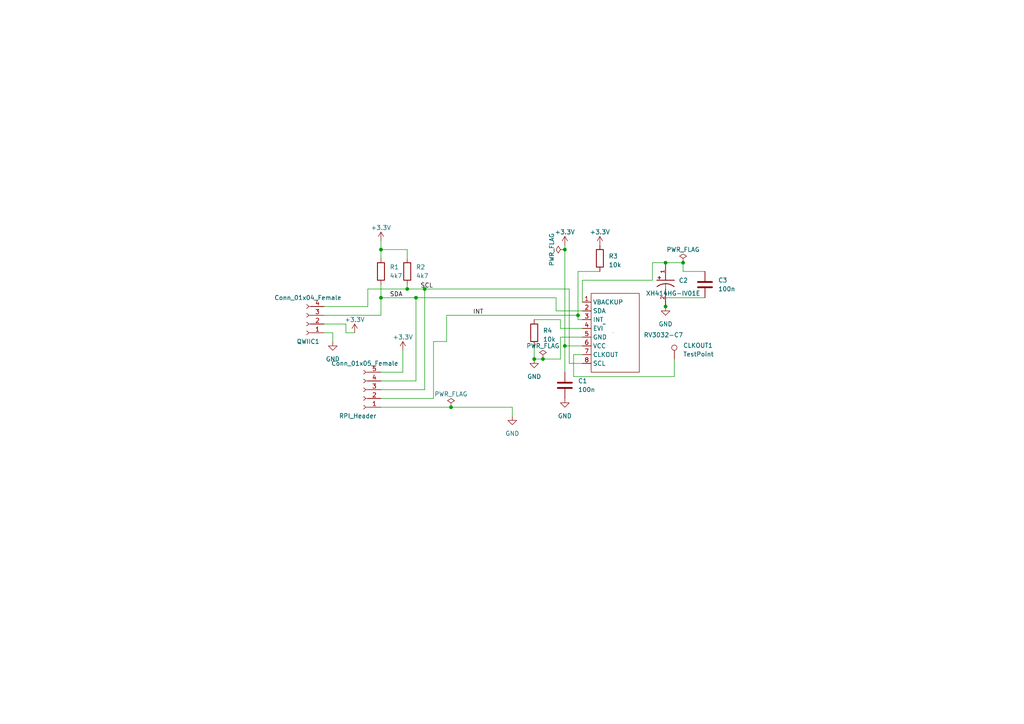
<source format=kicad_sch>
(kicad_sch (version 20230121) (generator eeschema)
  (paper "A4")
  (lib_symbols
    (symbol "+3.3V_1" (power) (pin_names (offset 0))
      (property "Value" "+3.3V_1" (at 0 3.556 0))
      (symbol "+3.3V_1_0_1"
        (polyline (pts (xy -0.762 1.27) (xy 0 2.54)))
        (polyline (pts (xy 0 0) (xy 0 2.54)))
        (polyline (pts (xy 0 2.54) (xy 0.762 1.27)))
      )
      (symbol "+3.3V_1_1_1"
        (pin power_in line (at 0 0 90) (length 0) hide (name "+3.3V") (number "1"))
      )
    )
    (symbol "Connector:Conn_01x04_Female" (pin_names (offset 1.016) hide)
      (property "Reference" "J" (at 0 5.08 0))
      (property "Value" "Conn_01x04_Female" (at 0 -7.62 0))
      (symbol "Conn_01x04_Female_1_1"
        (arc (start 0 -4.572) (mid -0.5058 -5.08) (end 0 -5.588) (stroke (width 0.1524)))
        (arc (start 0 -2.032) (mid -0.5058 -2.54) (end 0 -3.048) (stroke (width 0.1524)))
        (polyline (pts (xy -1.27 -5.08) (xy -0.508 -5.08)) (stroke (width 0.1524)))
        (polyline (pts (xy -1.27 -2.54) (xy -0.508 -2.54)) (stroke (width 0.1524)))
        (polyline (pts (xy -1.27 0) (xy -0.508 0)) (stroke (width 0.1524)))
        (polyline (pts (xy -1.27 2.54) (xy -0.508 2.54)) (stroke (width 0.1524)))
        (arc (start 0 0.508) (mid -0.5058 0) (end 0 -0.508) (stroke (width 0.1524)))
        (arc (start 0 3.048) (mid -0.5058 2.54) (end 0 2.032) (stroke (width 0.1524)))
        (pin passive line (at -5.08 2.54 0) (length 3.81) (name "Pin_1") (number "1"))
        (pin passive line (at -5.08 0 0) (length 3.81) (name "Pin_2") (number "2"))
        (pin passive line (at -5.08 -2.54 0) (length 3.81) (name "Pin_3") (number "3"))
        (pin passive line (at -5.08 -5.08 0) (length 3.81) (name "Pin_4") (number "4"))
      )
    )
    (symbol "Connector:Conn_01x05_Female" (pin_names (offset 1.016) hide)
      (property "Reference" "J" (at 0 7.62 0))
      (property "Value" "Conn_01x05_Female" (at 0 -7.62 0))
      (symbol "Conn_01x05_Female_1_1"
        (arc (start 0 -4.572) (mid -0.5058 -5.08) (end 0 -5.588) (stroke (width 0.1524)))
        (arc (start 0 -2.032) (mid -0.5058 -2.54) (end 0 -3.048) (stroke (width 0.1524)))
        (polyline (pts (xy -1.27 -5.08) (xy -0.508 -5.08)) (stroke (width 0.1524)))
        (polyline (pts (xy -1.27 -2.54) (xy -0.508 -2.54)) (stroke (width 0.1524)))
        (polyline (pts (xy -1.27 0) (xy -0.508 0)) (stroke (width 0.1524)))
        (polyline (pts (xy -1.27 2.54) (xy -0.508 2.54)) (stroke (width 0.1524)))
        (polyline (pts (xy -1.27 5.08) (xy -0.508 5.08)) (stroke (width 0.1524)))
        (arc (start 0 0.508) (mid -0.5058 0) (end 0 -0.508) (stroke (width 0.1524)))
        (arc (start 0 3.048) (mid -0.5058 2.54) (end 0 2.032) (stroke (width 0.1524)))
        (arc (start 0 5.588) (mid -0.5058 5.08) (end 0 4.572) (stroke (width 0.1524)))
        (pin passive line (at -5.08 5.08 0) (length 3.81) (name "Pin_1") (number "1"))
        (pin passive line (at -5.08 2.54 0) (length 3.81) (name "Pin_2") (number "2"))
        (pin passive line (at -5.08 0 0) (length 3.81) (name "Pin_3") (number "3"))
        (pin passive line (at -5.08 -2.54 0) (length 3.81) (name "Pin_4") (number "4"))
        (pin passive line (at -5.08 -5.08 0) (length 3.81) (name "Pin_5") (number "5"))
      )
    )
    (symbol "Connector:TestPoint" (pin_numbers hide) (pin_names (offset 0.762) hide)
      (property "Reference" "TP" (at 0 6.858 0))
      (property "Value" "TestPoint" (at 0 5.08 0))
      (symbol "TestPoint_0_1"
        (circle (center 0 3.302) (radius 0.762))
      )
      (symbol "TestPoint_1_1"
        (pin passive line (at 0 0 90) (length 2.54) (name "1") (number "1"))
      )
    )
    (symbol "Device:C" (pin_numbers hide) (pin_names (offset 0.254))
      (property "Reference" "C" (at 0.635 2.54 0))
      (property "Value" "C" (at 0.635 -2.54 0))
      (symbol "C_0_1"
        (polyline (pts (xy -2.032 -0.762) (xy 2.032 -0.762)) (stroke (width 0.508)))
        (polyline (pts (xy -2.032 0.762) (xy 2.032 0.762)) (stroke (width 0.508)))
      )
      (symbol "C_1_1"
        (pin passive line (at 0 3.81 270) (length 2.794) (name "~") (number "1"))
        (pin passive line (at 0 -3.81 90) (length 2.794) (name "~") (number "2"))
      )
    )
    (symbol "Device:R" (pin_numbers hide) (pin_names (offset 0))
      (property "Reference" "R" (at 2.032 0 90))
      (property "Value" "R" (at 0 0 90))
      (symbol "R_0_1"
        (rectangle (start -1.016 -2.54) (end 1.016 2.54) (stroke (width 0.254)))
      )
      (symbol "R_1_1"
        (pin passive line (at 0 3.81 270) (length 1.27) (name "~") (number "1"))
        (pin passive line (at 0 -3.81 90) (length 1.27) (name "~") (number "2"))
      )
    )
    (symbol "GND_1" (power) (pin_names (offset 0))
      (property "Value" "GND_1" (at 0 -3.81 0))
      (symbol "GND_1_0_1"
        (polyline (pts (xy 0 0) (xy 0 -1.27) (xy 1.27 -1.27) (xy 0 -2.54) (xy -1.27 -1.27) (xy 0 -1.27)))
      )
      (symbol "GND_1_1_1"
        (pin power_in line (at 0 0 270) (length 0) hide (name "GND") (number "1"))
      )
    )
    (symbol "GND_2" (power) (pin_names (offset 0))
      (property "Value" "GND_2" (at 0 -3.81 0))
      (symbol "GND_2_0_1"
        (polyline (pts (xy 0 0) (xy 0 -1.27) (xy 1.27 -1.27) (xy 0 -2.54) (xy -1.27 -1.27) (xy 0 -1.27)))
      )
      (symbol "GND_2_1_1"
        (pin power_in line (at 0 0 270) (length 0) hide (name "GND") (number "1"))
      )
    )
    (symbol "Larry_Library:RV_3032_C7"
      (property "Reference" "U" (at 2.54 10.16 0))
      (symbol "RV_3032_C7_0_1"
        (rectangle (start -3.81 8.89) (end 10.16 -13.97))
        (rectangle (start -2.54 -2.54) (end -2.54 -2.54))
        (rectangle (start -2.54 2.54) (end -2.54 2.54))
        (rectangle (start -1.27 1.27) (end -1.27 1.27))
        (rectangle (start 2.54 -2.54) (end 2.54 -2.54))
      )
      (symbol "RV_3032_C7_1_1"
        (pin output line (at -6.35 6.35 0) (length 2.54) (name "VBACKUP") (number "1"))
        (pin bidirectional line (at -6.35 3.81 0) (length 2.54) (name "SDA") (number "2"))
        (pin output line (at -6.35 1.27 0) (length 2.54) (name "INT") (number "3"))
        (pin input line (at -6.35 -1.27 0) (length 2.54) (name "EVI") (number "4"))
        (pin power_in line (at -6.35 -3.81 0) (length 2.54) (name "GND") (number "5"))
        (pin power_in line (at -6.35 -6.35 0) (length 2.54) (name "VCC") (number "6"))
        (pin output line (at -6.35 -8.89 0) (length 2.54) (name "CLKOUT") (number "7"))
        (pin input line (at -6.35 -11.43 0) (length 2.54) (name "SCL") (number "8"))
      )
    )
    (symbol "Larry_Library:XH414HG-IV01E" (pin_names (offset 1.016))
      (property "Reference" "C" (at 1.0164 0.6353 0))
      (property "Value" "XH414HG-IV01E" (at 1.017 -4.195 0))
      (symbol "XH414HG-IV01E_0_0"
        (rectangle (start -2.2541 0.6683) (end -1.364 0.795) (stroke (width 0.1)) (fill (type outline)))
        (rectangle (start -1.8748 0.2874) (end -1.745 1.176) (stroke (width 0.1)) (fill (type outline)))
        (arc (start 0 -1.0161) (mid -1.3147 -1.2346) (end -2.4669 -1.8504) (stroke (width 0.254)))
        (polyline (pts (xy -2.54 0) (xy 2.54 0)) (stroke (width 0.254)))
        (polyline (pts (xy 0 -1.016) (xy 0 -2.54)) (stroke (width 0.1524)))
        (arc (start 2.4892 -1.8542) (mid 1.3199 -1.2209) (end 0 -1) (stroke (width 0.254)))
        (pin passive line (at 0 5.08 270) (length 5.08) (name "~") (number "1"))
        (pin passive line (at 0 -7.62 90) (length 5.08) (name "~") (number "2"))
      )
    )
    (symbol "power:+3.3V" (power) (pin_names (offset 0))
      (property "Value" "+3.3V" (at 0 3.556 0))
      (symbol "+3.3V_0_1"
        (polyline (pts (xy -0.762 1.27) (xy 0 2.54)))
        (polyline (pts (xy 0 0) (xy 0 2.54)))
        (polyline (pts (xy 0 2.54) (xy 0.762 1.27)))
      )
      (symbol "+3.3V_1_1"
        (pin power_in line (at 0 0 90) (length 0) hide (name "+3.3V") (number "1"))
      )
    )
    (symbol "power:GND" (power) (pin_names (offset 0))
      (property "Value" "GND" (at 0 -3.81 0))
      (symbol "GND_0_1"
        (polyline (pts (xy 0 0) (xy 0 -1.27) (xy 1.27 -1.27) (xy 0 -2.54) (xy -1.27 -1.27) (xy 0 -1.27)))
      )
      (symbol "GND_1_1"
        (pin power_in line (at 0 0 270) (length 0) hide (name "GND") (number "1"))
      )
    )
    (symbol "power:PWR_FLAG" (power) (pin_numbers hide) (pin_names (offset 0) hide)
      (property "Value" "PWR_FLAG" (at 0 3.81 0))
      (symbol "PWR_FLAG_0_0"
        (pin power_out line (at 0 0 90) (length 0) (name "pwr") (number "1"))
      )
      (symbol "PWR_FLAG_0_1"
        (polyline (pts (xy 0 0) (xy 0 1.27) (xy -1.016 1.905) (xy 0 2.54) (xy 1.016 1.905) (xy 0 1.27)))
      )
    )
  )
  (junction (at 123.19 83.82))
  (junction (at 118.11 83.82))
  (junction (at 163.83 72.39))
  (junction (at 110.49 86.36))
  (junction (at 120.65 86.36))
  (junction (at 157.48 104.14))
  (junction (at 154.94 104.14))
  (junction (at 198.12 76.2))
  (junction (at 110.49 72.39))
  (junction (at 163.83 100.33))
  (junction (at 193.04 88.9))
  (junction (at 167.64 91.44))
  (junction (at 193.04 76.2))
  (junction (at 130.81 118.11))
  (wire (pts (xy 130.81 118.11) (xy 148.59 118.11)))
  (wire (pts (xy 167.64 78.74) (xy 173.99 78.74)))
  (wire (pts (xy 168.91 100.33) (xy 163.83 100.33)))
  (wire (pts (xy 118.11 82.55) (xy 118.11 83.82)))
  (wire (pts (xy 120.65 86.36) (xy 120.65 110.49)))
  (wire (pts (xy 195.58 109.22) (xy 195.58 104.14)))
  (wire (pts (xy 168.91 81.28) (xy 189.23 81.28)))
  (wire (pts (xy 162.56 104.14) (xy 157.48 104.14)))
  (wire (pts (xy 96.52 96.52) (xy 96.52 99.06)))
  (wire (pts (xy 110.49 72.39) (xy 118.11 72.39)))
  (wire (pts (xy 110.49 91.44) (xy 110.49 86.36)))
  (wire (pts (xy 163.83 72.39) (xy 163.83 71.12)))
  (wire (pts (xy 123.19 83.82) (xy 118.11 83.82)))
  (wire (pts (xy 118.11 74.93) (xy 118.11 72.39)))
  (wire (pts (xy 120.65 86.36) (xy 161.29 86.36)))
  (wire (pts (xy 93.98 96.52) (xy 96.52 96.52)))
  (wire (pts (xy 106.68 83.82) (xy 118.11 83.82)))
  (wire (pts (xy 163.83 100.33) (xy 163.83 107.95)))
  (wire (pts (xy 110.49 86.36) (xy 110.49 82.55)))
  (wire (pts (xy 168.91 92.71) (xy 167.64 92.71)))
  (wire (pts (xy 168.91 102.87) (xy 166.37 102.87)))
  (wire (pts (xy 154.94 100.33) (xy 154.94 104.14)))
  (wire (pts (xy 162.56 95.25) (xy 162.56 92.71)))
  (wire (pts (xy 110.49 113.03) (xy 123.19 113.03)))
  (wire (pts (xy 166.37 109.22) (xy 195.58 109.22)))
  (wire (pts (xy 93.98 93.98) (xy 100.33 93.98)))
  (wire (pts (xy 93.98 91.44) (xy 110.49 91.44)))
  (wire (pts (xy 204.47 86.36) (xy 193.04 86.36)))
  (wire (pts (xy 93.98 88.9) (xy 106.68 88.9)))
  (wire (pts (xy 110.49 110.49) (xy 120.65 110.49)))
  (wire (pts (xy 116.84 101.6) (xy 116.84 107.95)))
  (wire (pts (xy 189.23 76.2) (xy 193.04 76.2)))
  (wire (pts (xy 168.91 87.63) (xy 168.91 81.28)))
  (wire (pts (xy 157.48 104.14) (xy 154.94 104.14)))
  (wire (pts (xy 165.1 83.82) (xy 165.1 105.41)))
  (wire (pts (xy 106.68 88.9) (xy 106.68 83.82)))
  (wire (pts (xy 204.47 78.74) (xy 198.12 78.74)))
  (wire (pts (xy 110.49 107.95) (xy 116.84 107.95)))
  (wire (pts (xy 120.65 86.36) (xy 110.49 86.36)))
  (wire (pts (xy 110.49 118.11) (xy 130.81 118.11)))
  (wire (pts (xy 168.91 97.79) (xy 162.56 97.79)))
  (wire (pts (xy 168.91 105.41) (xy 165.1 105.41)))
  (wire (pts (xy 189.23 81.28) (xy 189.23 76.2)))
  (wire (pts (xy 168.91 95.25) (xy 162.56 95.25)))
  (wire (pts (xy 161.29 90.17) (xy 168.91 90.17)))
  (wire (pts (xy 110.49 69.85) (xy 110.49 72.39)))
  (wire (pts (xy 167.64 91.44) (xy 167.64 78.74)))
  (wire (pts (xy 110.49 72.39) (xy 110.49 74.93)))
  (wire (pts (xy 193.04 76.2) (xy 198.12 76.2)))
  (wire (pts (xy 198.12 78.74) (xy 198.12 76.2)))
  (wire (pts (xy 193.04 86.36) (xy 193.04 88.9)))
  (wire (pts (xy 161.29 86.36) (xy 161.29 90.17)))
  (wire (pts (xy 100.33 96.52) (xy 102.87 96.52)))
  (wire (pts (xy 123.19 83.82) (xy 123.19 113.03)))
  (wire (pts (xy 162.56 97.79) (xy 162.56 104.14)))
  (wire (pts (xy 125.73 99.06) (xy 125.73 115.57)))
  (wire (pts (xy 129.54 91.44) (xy 167.64 91.44)))
  (wire (pts (xy 125.73 99.06) (xy 129.54 99.06)))
  (wire (pts (xy 110.49 115.57) (xy 125.73 115.57)))
  (wire (pts (xy 166.37 102.87) (xy 166.37 109.22)))
  (wire (pts (xy 167.64 92.71) (xy 167.64 91.44)))
  (wire (pts (xy 163.83 100.33) (xy 163.83 72.39)))
  (wire (pts (xy 162.56 92.71) (xy 154.94 92.71)))
  (wire (pts (xy 123.19 83.82) (xy 165.1 83.82)))
  (wire (pts (xy 129.54 99.06) (xy 129.54 91.44)))
  (wire (pts (xy 100.33 93.98) (xy 100.33 96.52)))
  (wire (pts (xy 148.59 118.11) (xy 148.59 120.65)))
  (label "SDA" (at 113.03 86.36 0))
  (label "INT" (at 137.16 91.44 0))
  (label "SCL" (at 121.92 83.82 0))
  (symbol (lib_id "Connector:Conn_01x04_Female") (at 88.9 93.98 180) (unit 1)
    (property "Reference" "QWIIC1" (at 92.71 99.06 0) (effects (justify left)))
    (property "Value" "Conn_01x04_Female" (at 99.06 86.36 0) (effects (justify left)))
    (property "Footprint" "Connector_JST:JST_SH_SM04B-SRSS-TB_1x04-1MP_P1.00mm_Horizontal" (effects hide))
  )
  (symbol (lib_name "+3.3V_1") (lib_id "power:+3.3V") (at 163.83 71.12 0) (unit 1)
    (property "Reference" "#PWR011" (effects hide))
    (property "Value" "+3.3V" (at 163.83 67.31 0))
  )
  (symbol (lib_id "power:GND") (at 193.04 88.9 0) (unit 1)
    (property "Reference" "#PWR08" (effects hide))
    (property "Value" "GND" (at 193.04 93.98 0))
  )
  (symbol (lib_id "Device:R") (at 154.94 96.52 0) (unit 1)
    (property "Reference" "R4" (at 157.48 95.885 0) (effects (justify left)))
    (property "Value" "10k" (at 157.48 98.425 0) (effects (justify left)))
    (property "Footprint" "Resistor_SMD:R_0603_1608Metric" (effects hide))
  )
  (symbol (lib_id "power:PWR_FLAG") (at 163.83 72.39 90) (unit 1)
    (property "Reference" "#FLG05" (effects hide))
    (property "Value" "PWR_FLAG" (at 160.02 72.39 0))
  )
  (symbol (lib_id "Device:R") (at 173.99 74.93 0) (unit 1)
    (property "Reference" "R3" (at 176.53 74.295 0) (effects (justify left)))
    (property "Value" "10k" (at 176.53 76.835 0) (effects (justify left)))
    (property "Footprint" "Resistor_SMD:R_0603_1608Metric" (effects hide))
  )
  (symbol (lib_id "power:+3.3V") (at 173.99 71.12 0) (unit 1)
    (property "Reference" "#PWR09" (effects hide))
    (property "Value" "+3.3V" (at 173.99 67.31 0))
  )
  (symbol (lib_id "Larry_Library:RV_3032_C7") (at 175.26 93.98 0) (unit 1)
    (property "Reference" "RV3032-C7" (at 186.69 97.155 0) (effects (justify left)))
    (property "Value" "~" (at 175.26 93.98 0))
    (property "Footprint" "Sensor:RV_3032_C7" (effects hide))
  )
  (symbol (lib_id "power:GND") (at 148.59 120.65 0) (unit 1)
    (property "Reference" "#PWR07" (effects hide))
    (property "Value" "GND" (at 148.59 125.73 0))
  )
  (symbol (lib_id "power:+3.3V") (at 102.87 96.52 0) (unit 1)
    (property "Reference" "#PWR02" (effects hide))
    (property "Value" "+3.3V" (at 102.87 92.71 0))
  )
  (symbol (lib_id "Device:R") (at 110.49 78.74 0) (unit 1)
    (property "Reference" "R1" (at 113.03 77.4699 0) (effects (justify left)))
    (property "Value" "4k7" (at 113.03 80.0099 0) (effects (justify left)))
    (property "Footprint" "Resistor_SMD:R_0603_1608Metric" (effects hide))
  )
  (symbol (lib_id "Connector:Conn_01x05_Female") (at 105.41 113.03 180) (unit 1)
    (property "Reference" "RPI_Header" (at 109.22 120.65 0) (effects (justify left)))
    (property "Value" "Conn_01x05_Female" (at 115.57 105.41 0) (effects (justify left)))
    (property "Footprint" "Connector_PinSocket_2.54mm:PinSocket_1x05_P2.54mm_Vertical" (effects hide))
  )
  (symbol (lib_id "Device:C") (at 204.47 82.55 0) (unit 1)
    (property "Reference" "C3" (at 208.28 81.2799 0) (effects (justify left)))
    (property "Value" "100n" (at 208.28 83.8199 0) (effects (justify left)))
    (property "Footprint" "Capacitor_SMD:C_0603_1608Metric" (effects hide))
  )
  (symbol (lib_id "power:PWR_FLAG") (at 198.12 76.2 0) (unit 1)
    (property "Reference" "#FLG06" (effects hide))
    (property "Value" "PWR_FLAG" (at 198.12 72.39 0))
  )
  (symbol (lib_id "power:+3.3V") (at 116.84 101.6 0) (unit 1)
    (property "Reference" "#PWR04" (effects hide))
    (property "Value" "+3.3V" (at 116.84 97.79 0))
  )
  (symbol (lib_id "Larry_Library:XH414HG-IV01E") (at 193.04 81.28 0) (unit 1)
    (property "Reference" "C2" (at 196.85 81.3401 0) (effects (justify left)))
    (property "Value" "XH414HG-IV01E" (at 187.325 85.09 0) (effects (justify left)))
    (property "Footprint" "CAP_XH414HG-IV01E" (effects hide))
    (property "MANUFACTURER" "Seiko" (effects hide))
  )
  (symbol (lib_id "power:+3.3V") (at 110.49 69.85 0) (unit 1)
    (property "Reference" "#PWR03" (effects hide))
    (property "Value" "+3.3V" (at 110.49 66.04 0))
  )
  (symbol (lib_id "power:PWR_FLAG") (at 157.48 104.14 0) (unit 1)
    (property "Reference" "#FLG04" (effects hide))
    (property "Value" "PWR_FLAG" (at 157.48 100.33 0))
  )
  (symbol (lib_id "Device:R") (at 118.11 78.74 0) (unit 1)
    (property "Reference" "R2" (at 120.65 77.4699 0) (effects (justify left)))
    (property "Value" "4k7" (at 120.65 80.0099 0) (effects (justify left)))
    (property "Footprint" "Resistor_SMD:R_0603_1608Metric" (effects hide))
  )
  (symbol (lib_id "power:GND") (at 96.52 99.06 0) (unit 1)
    (property "Reference" "#PWR01" (effects hide))
    (property "Value" "GND" (at 96.52 104.14 0))
  )
  (symbol (lib_id "Connector:TestPoint") (at 195.58 104.14 0) (unit 1)
    (property "Reference" "CLKOUT1" (at 198.12 100.203 0) (effects (justify left)))
    (property "Value" "TestPoint" (at 198.12 102.743 0) (effects (justify left)))
    (property "Footprint" "TestPoint:TestPoint_Pad_D1.5mm" (effects hide))
  )
  (symbol (lib_id "Device:C") (at 163.83 111.76 0) (unit 1)
    (property "Reference" "C1" (at 167.64 110.4899 0) (effects (justify left)))
    (property "Value" "100n" (at 167.64 113.0299 0) (effects (justify left)))
    (property "Footprint" "Capacitor_SMD:C_0603_1608Metric" (effects hide))
  )
  (symbol (lib_name "GND_1") (lib_id "power:GND") (at 154.94 104.14 0) (unit 1)
    (property "Reference" "#PWR010" (effects hide))
    (property "Value" "GND" (at 154.94 109.22 0))
  )
  (symbol (lib_name "GND_2") (lib_id "power:GND") (at 163.83 115.57 0) (unit 1)
    (property "Reference" "#PWR012" (effects hide))
    (property "Value" "GND" (at 163.83 120.65 0))
  )
  (symbol (lib_id "power:PWR_FLAG") (at 130.81 118.11 0) (unit 1)
    (property "Reference" "#FLG01" (effects hide))
    (property "Value" "PWR_FLAG" (at 130.81 114.3 0))
  )
)
</source>
